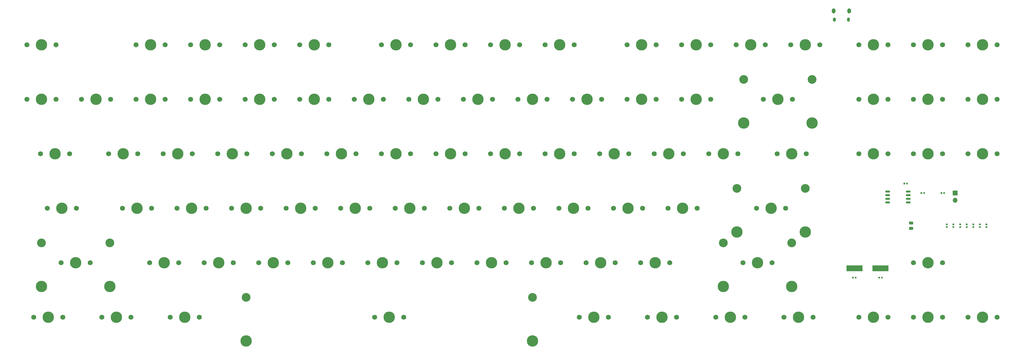
<source format=gbr>
G04 #@! TF.GenerationSoftware,KiCad,Pcbnew,(5.1.12)-1*
G04 #@! TF.CreationDate,2023-01-19T19:38:23-07:00*
G04 #@! TF.ProjectId,keyboard,6b657962-6f61-4726-942e-6b696361645f,rev?*
G04 #@! TF.SameCoordinates,Original*
G04 #@! TF.FileFunction,Soldermask,Top*
G04 #@! TF.FilePolarity,Negative*
%FSLAX46Y46*%
G04 Gerber Fmt 4.6, Leading zero omitted, Abs format (unit mm)*
G04 Created by KiCad (PCBNEW (5.1.12)-1) date 2023-01-19 19:38:23*
%MOMM*%
%LPD*%
G01*
G04 APERTURE LIST*
%ADD10C,3.987800*%
%ADD11C,3.048000*%
%ADD12C,1.750000*%
%ADD13O,1.050000X1.450000*%
%ADD14O,1.300000X1.800000*%
%ADD15R,5.600000X2.100000*%
%ADD16O,1.700000X1.700000*%
%ADD17R,1.700000X1.700000*%
G04 APERTURE END LIST*
D10*
X180968650Y-113030000D03*
X80968850Y-113030000D03*
D11*
X180968650Y-97790000D03*
X80968850Y-97790000D03*
D12*
X136048750Y-104775000D03*
X125888750Y-104775000D03*
D10*
X130968750Y-104775000D03*
D12*
X255111250Y-104775000D03*
X244951250Y-104775000D03*
D10*
X250031250Y-104775000D03*
D12*
X14605000Y-9525000D03*
X4445000Y-9525000D03*
D10*
X9525000Y-9525000D03*
D12*
X52705000Y-9525000D03*
X42545000Y-9525000D03*
D10*
X47625000Y-9525000D03*
D12*
X71755000Y-9525000D03*
X61595000Y-9525000D03*
D10*
X66675000Y-9525000D03*
D12*
X90805000Y-9525000D03*
X80645000Y-9525000D03*
D10*
X85725000Y-9525000D03*
D12*
X109855000Y-9525000D03*
X99695000Y-9525000D03*
D10*
X104775000Y-9525000D03*
D12*
X138430000Y-9525000D03*
X128270000Y-9525000D03*
D10*
X133350000Y-9525000D03*
D12*
X157480000Y-9525000D03*
X147320000Y-9525000D03*
D10*
X152400000Y-9525000D03*
D12*
X176530000Y-9525000D03*
X166370000Y-9525000D03*
D10*
X171450000Y-9525000D03*
D12*
X195580000Y-9525000D03*
X185420000Y-9525000D03*
D10*
X190500000Y-9525000D03*
D12*
X224155000Y-9525000D03*
X213995000Y-9525000D03*
D10*
X219075000Y-9525000D03*
D12*
X243205000Y-9525000D03*
X233045000Y-9525000D03*
D10*
X238125000Y-9525000D03*
D12*
X262255000Y-9525000D03*
X252095000Y-9525000D03*
D10*
X257175000Y-9525000D03*
D12*
X281305000Y-9525000D03*
X271145000Y-9525000D03*
D10*
X276225000Y-9525000D03*
D12*
X305117500Y-9525000D03*
X294957500Y-9525000D03*
D10*
X300037500Y-9525000D03*
D12*
X324167500Y-9525000D03*
X314007500Y-9525000D03*
D10*
X319087500Y-9525000D03*
D12*
X343217500Y-9525000D03*
X333057500Y-9525000D03*
D10*
X338137500Y-9525000D03*
D12*
X14605000Y-28575000D03*
X4445000Y-28575000D03*
D10*
X9525000Y-28575000D03*
D12*
X33655000Y-28575000D03*
X23495000Y-28575000D03*
D10*
X28575000Y-28575000D03*
D12*
X52705000Y-28575000D03*
X42545000Y-28575000D03*
D10*
X47625000Y-28575000D03*
D12*
X71755000Y-28575000D03*
X61595000Y-28575000D03*
D10*
X66675000Y-28575000D03*
D12*
X90805000Y-28575000D03*
X80645000Y-28575000D03*
D10*
X85725000Y-28575000D03*
D12*
X109855000Y-28575000D03*
X99695000Y-28575000D03*
D10*
X104775000Y-28575000D03*
D12*
X128905000Y-28575000D03*
X118745000Y-28575000D03*
D10*
X123825000Y-28575000D03*
D12*
X147955000Y-28575000D03*
X137795000Y-28575000D03*
D10*
X142875000Y-28575000D03*
D12*
X167005000Y-28575000D03*
X156845000Y-28575000D03*
D10*
X161925000Y-28575000D03*
D12*
X186055000Y-28575000D03*
X175895000Y-28575000D03*
D10*
X180975000Y-28575000D03*
D12*
X205105000Y-28575000D03*
X194945000Y-28575000D03*
D10*
X200025000Y-28575000D03*
D12*
X224155000Y-28575000D03*
X213995000Y-28575000D03*
D10*
X219075000Y-28575000D03*
D12*
X243205000Y-28575000D03*
X233045000Y-28575000D03*
D10*
X238125000Y-28575000D03*
X278638000Y-36830000D03*
X254762000Y-36830000D03*
D11*
X278638000Y-21590000D03*
X254762000Y-21590000D03*
D12*
X271780000Y-28575000D03*
X261620000Y-28575000D03*
D10*
X266700000Y-28575000D03*
D12*
X305117500Y-28575000D03*
X294957500Y-28575000D03*
D10*
X300037500Y-28575000D03*
D12*
X324167500Y-28575000D03*
X314007500Y-28575000D03*
D10*
X319087500Y-28575000D03*
D12*
X343217500Y-28575000D03*
X333057500Y-28575000D03*
D10*
X338137500Y-28575000D03*
D12*
X19367500Y-47625000D03*
X9207500Y-47625000D03*
D10*
X14287500Y-47625000D03*
D12*
X43180000Y-47625000D03*
X33020000Y-47625000D03*
D10*
X38100000Y-47625000D03*
D12*
X62230000Y-47625000D03*
X52070000Y-47625000D03*
D10*
X57150000Y-47625000D03*
D12*
X81280000Y-47625000D03*
X71120000Y-47625000D03*
D10*
X76200000Y-47625000D03*
D12*
X100330000Y-47625000D03*
X90170000Y-47625000D03*
D10*
X95250000Y-47625000D03*
D12*
X119380000Y-47625000D03*
X109220000Y-47625000D03*
D10*
X114300000Y-47625000D03*
D12*
X138430000Y-47625000D03*
X128270000Y-47625000D03*
D10*
X133350000Y-47625000D03*
D12*
X157480000Y-47625000D03*
X147320000Y-47625000D03*
D10*
X152400000Y-47625000D03*
D12*
X176530000Y-47625000D03*
X166370000Y-47625000D03*
D10*
X171450000Y-47625000D03*
D12*
X195580000Y-47625000D03*
X185420000Y-47625000D03*
D10*
X190500000Y-47625000D03*
D12*
X214630000Y-47625000D03*
X204470000Y-47625000D03*
D10*
X209550000Y-47625000D03*
D12*
X233680000Y-47625000D03*
X223520000Y-47625000D03*
D10*
X228600000Y-47625000D03*
D12*
X252730000Y-47625000D03*
X242570000Y-47625000D03*
D10*
X247650000Y-47625000D03*
D12*
X276542500Y-47625000D03*
X266382500Y-47625000D03*
D10*
X271462500Y-47625000D03*
D12*
X305117500Y-47625000D03*
X294957500Y-47625000D03*
D10*
X300037500Y-47625000D03*
D12*
X324167500Y-47625000D03*
X314007500Y-47625000D03*
D10*
X319087500Y-47625000D03*
D12*
X343217500Y-47625000D03*
X333057500Y-47625000D03*
D10*
X338137500Y-47625000D03*
D12*
X21748750Y-66675000D03*
X11588750Y-66675000D03*
D10*
X16668750Y-66675000D03*
D12*
X47942500Y-66675000D03*
X37782500Y-66675000D03*
D10*
X42862500Y-66675000D03*
D12*
X66992500Y-66675000D03*
X56832500Y-66675000D03*
D10*
X61912500Y-66675000D03*
D12*
X86042500Y-66675000D03*
X75882500Y-66675000D03*
D10*
X80962500Y-66675000D03*
D12*
X105092500Y-66675000D03*
X94932500Y-66675000D03*
D10*
X100012500Y-66675000D03*
D12*
X124142500Y-66675000D03*
X113982500Y-66675000D03*
D10*
X119062500Y-66675000D03*
D12*
X143192500Y-66675000D03*
X133032500Y-66675000D03*
D10*
X138112500Y-66675000D03*
D12*
X162242500Y-66675000D03*
X152082500Y-66675000D03*
D10*
X157162500Y-66675000D03*
D12*
X181292500Y-66675000D03*
X171132500Y-66675000D03*
D10*
X176212500Y-66675000D03*
D12*
X200342500Y-66675000D03*
X190182500Y-66675000D03*
D10*
X195262500Y-66675000D03*
D12*
X219392500Y-66675000D03*
X209232500Y-66675000D03*
D10*
X214312500Y-66675000D03*
D12*
X238442500Y-66675000D03*
X228282500Y-66675000D03*
D10*
X233362500Y-66675000D03*
X276256750Y-74930000D03*
X252380750Y-74930000D03*
D11*
X276256750Y-59690000D03*
X252380750Y-59690000D03*
D12*
X269398750Y-66675000D03*
X259238750Y-66675000D03*
D10*
X264318750Y-66675000D03*
X33369250Y-93980000D03*
X9493250Y-93980000D03*
D11*
X33369250Y-78740000D03*
X9493250Y-78740000D03*
D12*
X26511250Y-85725000D03*
X16351250Y-85725000D03*
D10*
X21431250Y-85725000D03*
D12*
X57467500Y-85725000D03*
X47307500Y-85725000D03*
D10*
X52387500Y-85725000D03*
D12*
X76517500Y-85725000D03*
X66357500Y-85725000D03*
D10*
X71437500Y-85725000D03*
D12*
X95567500Y-85725000D03*
X85407500Y-85725000D03*
D10*
X90487500Y-85725000D03*
D12*
X114617500Y-85725000D03*
X104457500Y-85725000D03*
D10*
X109537500Y-85725000D03*
D12*
X133667500Y-85725000D03*
X123507500Y-85725000D03*
D10*
X128587500Y-85725000D03*
D12*
X152717500Y-85725000D03*
X142557500Y-85725000D03*
D10*
X147637500Y-85725000D03*
D12*
X171767500Y-85725000D03*
X161607500Y-85725000D03*
D10*
X166687500Y-85725000D03*
D12*
X190817500Y-85725000D03*
X180657500Y-85725000D03*
D10*
X185737500Y-85725000D03*
D12*
X209867500Y-85725000D03*
X199707500Y-85725000D03*
D10*
X204787500Y-85725000D03*
D12*
X228917500Y-85725000D03*
X218757500Y-85725000D03*
D10*
X223837500Y-85725000D03*
X271494250Y-93980000D03*
X247618250Y-93980000D03*
D11*
X271494250Y-78740000D03*
X247618250Y-78740000D03*
D12*
X264636250Y-85725000D03*
X254476250Y-85725000D03*
D10*
X259556250Y-85725000D03*
D12*
X324167500Y-85725000D03*
X314007500Y-85725000D03*
D10*
X319087500Y-85725000D03*
D12*
X16986250Y-104775000D03*
X6826250Y-104775000D03*
D10*
X11906250Y-104775000D03*
D12*
X40798750Y-104775000D03*
X30638750Y-104775000D03*
D10*
X35718750Y-104775000D03*
D12*
X64611250Y-104775000D03*
X54451250Y-104775000D03*
D10*
X59531250Y-104775000D03*
D12*
X207486250Y-104775000D03*
X197326250Y-104775000D03*
D10*
X202406250Y-104775000D03*
D12*
X231298750Y-104775000D03*
X221138750Y-104775000D03*
D10*
X226218750Y-104775000D03*
D12*
X278923750Y-104775000D03*
X268763750Y-104775000D03*
D10*
X273843750Y-104775000D03*
D12*
X305117500Y-104775000D03*
X294957500Y-104775000D03*
D10*
X300037500Y-104775000D03*
D12*
X324167500Y-104775000D03*
X314007500Y-104775000D03*
D10*
X319087500Y-104775000D03*
D12*
X343217500Y-104775000D03*
X333057500Y-104775000D03*
D10*
X338137500Y-104775000D03*
G36*
G01*
X311410000Y-60983000D02*
X311410000Y-60683000D01*
G75*
G02*
X311560000Y-60533000I150000J0D01*
G01*
X312860000Y-60533000D01*
G75*
G02*
X313010000Y-60683000I0J-150000D01*
G01*
X313010000Y-60983000D01*
G75*
G02*
X312860000Y-61133000I-150000J0D01*
G01*
X311560000Y-61133000D01*
G75*
G02*
X311410000Y-60983000I0J150000D01*
G01*
G37*
G36*
G01*
X311410000Y-62253000D02*
X311410000Y-61953000D01*
G75*
G02*
X311560000Y-61803000I150000J0D01*
G01*
X312860000Y-61803000D01*
G75*
G02*
X313010000Y-61953000I0J-150000D01*
G01*
X313010000Y-62253000D01*
G75*
G02*
X312860000Y-62403000I-150000J0D01*
G01*
X311560000Y-62403000D01*
G75*
G02*
X311410000Y-62253000I0J150000D01*
G01*
G37*
G36*
G01*
X311410000Y-63523000D02*
X311410000Y-63223000D01*
G75*
G02*
X311560000Y-63073000I150000J0D01*
G01*
X312860000Y-63073000D01*
G75*
G02*
X313010000Y-63223000I0J-150000D01*
G01*
X313010000Y-63523000D01*
G75*
G02*
X312860000Y-63673000I-150000J0D01*
G01*
X311560000Y-63673000D01*
G75*
G02*
X311410000Y-63523000I0J150000D01*
G01*
G37*
G36*
G01*
X311410000Y-64793000D02*
X311410000Y-64493000D01*
G75*
G02*
X311560000Y-64343000I150000J0D01*
G01*
X312860000Y-64343000D01*
G75*
G02*
X313010000Y-64493000I0J-150000D01*
G01*
X313010000Y-64793000D01*
G75*
G02*
X312860000Y-64943000I-150000J0D01*
G01*
X311560000Y-64943000D01*
G75*
G02*
X311410000Y-64793000I0J150000D01*
G01*
G37*
G36*
G01*
X304210000Y-64793000D02*
X304210000Y-64493000D01*
G75*
G02*
X304360000Y-64343000I150000J0D01*
G01*
X305660000Y-64343000D01*
G75*
G02*
X305810000Y-64493000I0J-150000D01*
G01*
X305810000Y-64793000D01*
G75*
G02*
X305660000Y-64943000I-150000J0D01*
G01*
X304360000Y-64943000D01*
G75*
G02*
X304210000Y-64793000I0J150000D01*
G01*
G37*
G36*
G01*
X304210000Y-63523000D02*
X304210000Y-63223000D01*
G75*
G02*
X304360000Y-63073000I150000J0D01*
G01*
X305660000Y-63073000D01*
G75*
G02*
X305810000Y-63223000I0J-150000D01*
G01*
X305810000Y-63523000D01*
G75*
G02*
X305660000Y-63673000I-150000J0D01*
G01*
X304360000Y-63673000D01*
G75*
G02*
X304210000Y-63523000I0J150000D01*
G01*
G37*
G36*
G01*
X304210000Y-62253000D02*
X304210000Y-61953000D01*
G75*
G02*
X304360000Y-61803000I150000J0D01*
G01*
X305660000Y-61803000D01*
G75*
G02*
X305810000Y-61953000I0J-150000D01*
G01*
X305810000Y-62253000D01*
G75*
G02*
X305660000Y-62403000I-150000J0D01*
G01*
X304360000Y-62403000D01*
G75*
G02*
X304210000Y-62253000I0J150000D01*
G01*
G37*
G36*
G01*
X304210000Y-60983000D02*
X304210000Y-60683000D01*
G75*
G02*
X304360000Y-60533000I150000J0D01*
G01*
X305660000Y-60533000D01*
G75*
G02*
X305810000Y-60683000I0J-150000D01*
G01*
X305810000Y-60983000D01*
G75*
G02*
X305660000Y-61133000I-150000J0D01*
G01*
X304360000Y-61133000D01*
G75*
G02*
X304210000Y-60983000I0J150000D01*
G01*
G37*
D13*
X291281000Y-700000D03*
X286431000Y-700000D03*
D14*
X286131000Y2330000D03*
X291581000Y2330000D03*
D15*
X302442000Y-87630000D03*
X293442000Y-87630000D03*
G36*
G01*
X317446000Y-61511000D02*
X317446000Y-61171000D01*
G75*
G02*
X317586000Y-61031000I140000J0D01*
G01*
X317866000Y-61031000D01*
G75*
G02*
X318006000Y-61171000I0J-140000D01*
G01*
X318006000Y-61511000D01*
G75*
G02*
X317866000Y-61651000I-140000J0D01*
G01*
X317586000Y-61651000D01*
G75*
G02*
X317446000Y-61511000I0J140000D01*
G01*
G37*
G36*
G01*
X316486000Y-61511000D02*
X316486000Y-61171000D01*
G75*
G02*
X316626000Y-61031000I140000J0D01*
G01*
X316906000Y-61031000D01*
G75*
G02*
X317046000Y-61171000I0J-140000D01*
G01*
X317046000Y-61511000D01*
G75*
G02*
X316906000Y-61651000I-140000J0D01*
G01*
X316626000Y-61651000D01*
G75*
G02*
X316486000Y-61511000I0J140000D01*
G01*
G37*
G36*
G01*
X324431000Y-61511000D02*
X324431000Y-61171000D01*
G75*
G02*
X324571000Y-61031000I140000J0D01*
G01*
X324851000Y-61031000D01*
G75*
G02*
X324991000Y-61171000I0J-140000D01*
G01*
X324991000Y-61511000D01*
G75*
G02*
X324851000Y-61651000I-140000J0D01*
G01*
X324571000Y-61651000D01*
G75*
G02*
X324431000Y-61511000I0J140000D01*
G01*
G37*
G36*
G01*
X323471000Y-61511000D02*
X323471000Y-61171000D01*
G75*
G02*
X323611000Y-61031000I140000J0D01*
G01*
X323891000Y-61031000D01*
G75*
G02*
X324031000Y-61171000I0J-140000D01*
G01*
X324031000Y-61511000D01*
G75*
G02*
X323891000Y-61651000I-140000J0D01*
G01*
X323611000Y-61651000D01*
G75*
G02*
X323471000Y-61511000I0J140000D01*
G01*
G37*
D16*
X328549000Y-63881000D03*
D17*
X328549000Y-61341000D03*
G36*
G01*
X313657000Y-72321000D02*
X312707000Y-72321000D01*
G75*
G02*
X312457000Y-72071000I0J250000D01*
G01*
X312457000Y-71571000D01*
G75*
G02*
X312707000Y-71321000I250000J0D01*
G01*
X313657000Y-71321000D01*
G75*
G02*
X313907000Y-71571000I0J-250000D01*
G01*
X313907000Y-72071000D01*
G75*
G02*
X313657000Y-72321000I-250000J0D01*
G01*
G37*
G36*
G01*
X313657000Y-74221000D02*
X312707000Y-74221000D01*
G75*
G02*
X312457000Y-73971000I0J250000D01*
G01*
X312457000Y-73471000D01*
G75*
G02*
X312707000Y-73221000I250000J0D01*
G01*
X313657000Y-73221000D01*
G75*
G02*
X313907000Y-73471000I0J-250000D01*
G01*
X313907000Y-73971000D01*
G75*
G02*
X313657000Y-74221000I-250000J0D01*
G01*
G37*
G36*
G01*
X339301000Y-72971000D02*
X339641000Y-72971000D01*
G75*
G02*
X339781000Y-73111000I0J-140000D01*
G01*
X339781000Y-73391000D01*
G75*
G02*
X339641000Y-73531000I-140000J0D01*
G01*
X339301000Y-73531000D01*
G75*
G02*
X339161000Y-73391000I0J140000D01*
G01*
X339161000Y-73111000D01*
G75*
G02*
X339301000Y-72971000I140000J0D01*
G01*
G37*
G36*
G01*
X339301000Y-72011000D02*
X339641000Y-72011000D01*
G75*
G02*
X339781000Y-72151000I0J-140000D01*
G01*
X339781000Y-72431000D01*
G75*
G02*
X339641000Y-72571000I-140000J0D01*
G01*
X339301000Y-72571000D01*
G75*
G02*
X339161000Y-72431000I0J140000D01*
G01*
X339161000Y-72151000D01*
G75*
G02*
X339301000Y-72011000I140000J0D01*
G01*
G37*
G36*
G01*
X337015000Y-72971000D02*
X337355000Y-72971000D01*
G75*
G02*
X337495000Y-73111000I0J-140000D01*
G01*
X337495000Y-73391000D01*
G75*
G02*
X337355000Y-73531000I-140000J0D01*
G01*
X337015000Y-73531000D01*
G75*
G02*
X336875000Y-73391000I0J140000D01*
G01*
X336875000Y-73111000D01*
G75*
G02*
X337015000Y-72971000I140000J0D01*
G01*
G37*
G36*
G01*
X337015000Y-72011000D02*
X337355000Y-72011000D01*
G75*
G02*
X337495000Y-72151000I0J-140000D01*
G01*
X337495000Y-72431000D01*
G75*
G02*
X337355000Y-72571000I-140000J0D01*
G01*
X337015000Y-72571000D01*
G75*
G02*
X336875000Y-72431000I0J140000D01*
G01*
X336875000Y-72151000D01*
G75*
G02*
X337015000Y-72011000I140000J0D01*
G01*
G37*
G36*
G01*
X334729000Y-72971000D02*
X335069000Y-72971000D01*
G75*
G02*
X335209000Y-73111000I0J-140000D01*
G01*
X335209000Y-73391000D01*
G75*
G02*
X335069000Y-73531000I-140000J0D01*
G01*
X334729000Y-73531000D01*
G75*
G02*
X334589000Y-73391000I0J140000D01*
G01*
X334589000Y-73111000D01*
G75*
G02*
X334729000Y-72971000I140000J0D01*
G01*
G37*
G36*
G01*
X334729000Y-72011000D02*
X335069000Y-72011000D01*
G75*
G02*
X335209000Y-72151000I0J-140000D01*
G01*
X335209000Y-72431000D01*
G75*
G02*
X335069000Y-72571000I-140000J0D01*
G01*
X334729000Y-72571000D01*
G75*
G02*
X334589000Y-72431000I0J140000D01*
G01*
X334589000Y-72151000D01*
G75*
G02*
X334729000Y-72011000I140000J0D01*
G01*
G37*
G36*
G01*
X332443000Y-72971000D02*
X332783000Y-72971000D01*
G75*
G02*
X332923000Y-73111000I0J-140000D01*
G01*
X332923000Y-73391000D01*
G75*
G02*
X332783000Y-73531000I-140000J0D01*
G01*
X332443000Y-73531000D01*
G75*
G02*
X332303000Y-73391000I0J140000D01*
G01*
X332303000Y-73111000D01*
G75*
G02*
X332443000Y-72971000I140000J0D01*
G01*
G37*
G36*
G01*
X332443000Y-72011000D02*
X332783000Y-72011000D01*
G75*
G02*
X332923000Y-72151000I0J-140000D01*
G01*
X332923000Y-72431000D01*
G75*
G02*
X332783000Y-72571000I-140000J0D01*
G01*
X332443000Y-72571000D01*
G75*
G02*
X332303000Y-72431000I0J140000D01*
G01*
X332303000Y-72151000D01*
G75*
G02*
X332443000Y-72011000I140000J0D01*
G01*
G37*
G36*
G01*
X330157000Y-72971000D02*
X330497000Y-72971000D01*
G75*
G02*
X330637000Y-73111000I0J-140000D01*
G01*
X330637000Y-73391000D01*
G75*
G02*
X330497000Y-73531000I-140000J0D01*
G01*
X330157000Y-73531000D01*
G75*
G02*
X330017000Y-73391000I0J140000D01*
G01*
X330017000Y-73111000D01*
G75*
G02*
X330157000Y-72971000I140000J0D01*
G01*
G37*
G36*
G01*
X330157000Y-72011000D02*
X330497000Y-72011000D01*
G75*
G02*
X330637000Y-72151000I0J-140000D01*
G01*
X330637000Y-72431000D01*
G75*
G02*
X330497000Y-72571000I-140000J0D01*
G01*
X330157000Y-72571000D01*
G75*
G02*
X330017000Y-72431000I0J140000D01*
G01*
X330017000Y-72151000D01*
G75*
G02*
X330157000Y-72011000I140000J0D01*
G01*
G37*
G36*
G01*
X327744000Y-72971000D02*
X328084000Y-72971000D01*
G75*
G02*
X328224000Y-73111000I0J-140000D01*
G01*
X328224000Y-73391000D01*
G75*
G02*
X328084000Y-73531000I-140000J0D01*
G01*
X327744000Y-73531000D01*
G75*
G02*
X327604000Y-73391000I0J140000D01*
G01*
X327604000Y-73111000D01*
G75*
G02*
X327744000Y-72971000I140000J0D01*
G01*
G37*
G36*
G01*
X327744000Y-72011000D02*
X328084000Y-72011000D01*
G75*
G02*
X328224000Y-72151000I0J-140000D01*
G01*
X328224000Y-72431000D01*
G75*
G02*
X328084000Y-72571000I-140000J0D01*
G01*
X327744000Y-72571000D01*
G75*
G02*
X327604000Y-72431000I0J140000D01*
G01*
X327604000Y-72151000D01*
G75*
G02*
X327744000Y-72011000I140000J0D01*
G01*
G37*
G36*
G01*
X325458000Y-72971000D02*
X325798000Y-72971000D01*
G75*
G02*
X325938000Y-73111000I0J-140000D01*
G01*
X325938000Y-73391000D01*
G75*
G02*
X325798000Y-73531000I-140000J0D01*
G01*
X325458000Y-73531000D01*
G75*
G02*
X325318000Y-73391000I0J140000D01*
G01*
X325318000Y-73111000D01*
G75*
G02*
X325458000Y-72971000I140000J0D01*
G01*
G37*
G36*
G01*
X325458000Y-72011000D02*
X325798000Y-72011000D01*
G75*
G02*
X325938000Y-72151000I0J-140000D01*
G01*
X325938000Y-72431000D01*
G75*
G02*
X325798000Y-72571000I-140000J0D01*
G01*
X325458000Y-72571000D01*
G75*
G02*
X325318000Y-72431000I0J140000D01*
G01*
X325318000Y-72151000D01*
G75*
G02*
X325458000Y-72011000I140000J0D01*
G01*
G37*
G36*
G01*
X311077000Y-57869000D02*
X311077000Y-58209000D01*
G75*
G02*
X310937000Y-58349000I-140000J0D01*
G01*
X310657000Y-58349000D01*
G75*
G02*
X310517000Y-58209000I0J140000D01*
G01*
X310517000Y-57869000D01*
G75*
G02*
X310657000Y-57729000I140000J0D01*
G01*
X310937000Y-57729000D01*
G75*
G02*
X311077000Y-57869000I0J-140000D01*
G01*
G37*
G36*
G01*
X312037000Y-57869000D02*
X312037000Y-58209000D01*
G75*
G02*
X311897000Y-58349000I-140000J0D01*
G01*
X311617000Y-58349000D01*
G75*
G02*
X311477000Y-58209000I0J140000D01*
G01*
X311477000Y-57869000D01*
G75*
G02*
X311617000Y-57729000I140000J0D01*
G01*
X311897000Y-57729000D01*
G75*
G02*
X312037000Y-57869000I0J-140000D01*
G01*
G37*
G36*
G01*
X293570000Y-91102000D02*
X293570000Y-90762000D01*
G75*
G02*
X293710000Y-90622000I140000J0D01*
G01*
X293990000Y-90622000D01*
G75*
G02*
X294130000Y-90762000I0J-140000D01*
G01*
X294130000Y-91102000D01*
G75*
G02*
X293990000Y-91242000I-140000J0D01*
G01*
X293710000Y-91242000D01*
G75*
G02*
X293570000Y-91102000I0J140000D01*
G01*
G37*
G36*
G01*
X292610000Y-91102000D02*
X292610000Y-90762000D01*
G75*
G02*
X292750000Y-90622000I140000J0D01*
G01*
X293030000Y-90622000D01*
G75*
G02*
X293170000Y-90762000I0J-140000D01*
G01*
X293170000Y-91102000D01*
G75*
G02*
X293030000Y-91242000I-140000J0D01*
G01*
X292750000Y-91242000D01*
G75*
G02*
X292610000Y-91102000I0J140000D01*
G01*
G37*
G36*
G01*
X302714000Y-91102000D02*
X302714000Y-90762000D01*
G75*
G02*
X302854000Y-90622000I140000J0D01*
G01*
X303134000Y-90622000D01*
G75*
G02*
X303274000Y-90762000I0J-140000D01*
G01*
X303274000Y-91102000D01*
G75*
G02*
X303134000Y-91242000I-140000J0D01*
G01*
X302854000Y-91242000D01*
G75*
G02*
X302714000Y-91102000I0J140000D01*
G01*
G37*
G36*
G01*
X301754000Y-91102000D02*
X301754000Y-90762000D01*
G75*
G02*
X301894000Y-90622000I140000J0D01*
G01*
X302174000Y-90622000D01*
G75*
G02*
X302314000Y-90762000I0J-140000D01*
G01*
X302314000Y-91102000D01*
G75*
G02*
X302174000Y-91242000I-140000J0D01*
G01*
X301894000Y-91242000D01*
G75*
G02*
X301754000Y-91102000I0J140000D01*
G01*
G37*
M02*

</source>
